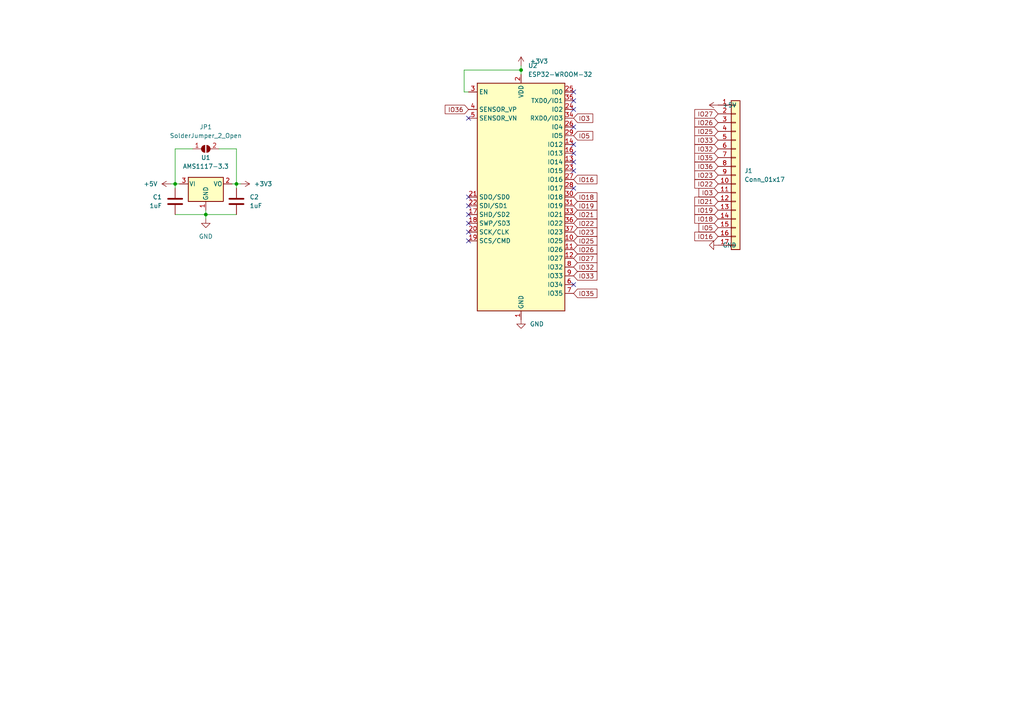
<source format=kicad_sch>
(kicad_sch (version 20211123) (generator eeschema)

  (uuid d5c1dcf1-edf4-413c-85e7-0bd75832abd7)

  (paper "A4")

  (lib_symbols
    (symbol "Connector_Generic:Conn_01x17" (pin_names (offset 1.016) hide) (in_bom yes) (on_board yes)
      (property "Reference" "J" (id 0) (at 0 22.86 0)
        (effects (font (size 1.27 1.27)))
      )
      (property "Value" "Conn_01x17" (id 1) (at 0 -22.86 0)
        (effects (font (size 1.27 1.27)))
      )
      (property "Footprint" "" (id 2) (at 0 0 0)
        (effects (font (size 1.27 1.27)) hide)
      )
      (property "Datasheet" "~" (id 3) (at 0 0 0)
        (effects (font (size 1.27 1.27)) hide)
      )
      (property "ki_keywords" "connector" (id 4) (at 0 0 0)
        (effects (font (size 1.27 1.27)) hide)
      )
      (property "ki_description" "Generic connector, single row, 01x17, script generated (kicad-library-utils/schlib/autogen/connector/)" (id 5) (at 0 0 0)
        (effects (font (size 1.27 1.27)) hide)
      )
      (property "ki_fp_filters" "Connector*:*_1x??_*" (id 6) (at 0 0 0)
        (effects (font (size 1.27 1.27)) hide)
      )
      (symbol "Conn_01x17_1_1"
        (rectangle (start -1.27 -20.193) (end 0 -20.447)
          (stroke (width 0.1524) (type default) (color 0 0 0 0))
          (fill (type none))
        )
        (rectangle (start -1.27 -17.653) (end 0 -17.907)
          (stroke (width 0.1524) (type default) (color 0 0 0 0))
          (fill (type none))
        )
        (rectangle (start -1.27 -15.113) (end 0 -15.367)
          (stroke (width 0.1524) (type default) (color 0 0 0 0))
          (fill (type none))
        )
        (rectangle (start -1.27 -12.573) (end 0 -12.827)
          (stroke (width 0.1524) (type default) (color 0 0 0 0))
          (fill (type none))
        )
        (rectangle (start -1.27 -10.033) (end 0 -10.287)
          (stroke (width 0.1524) (type default) (color 0 0 0 0))
          (fill (type none))
        )
        (rectangle (start -1.27 -7.493) (end 0 -7.747)
          (stroke (width 0.1524) (type default) (color 0 0 0 0))
          (fill (type none))
        )
        (rectangle (start -1.27 -4.953) (end 0 -5.207)
          (stroke (width 0.1524) (type default) (color 0 0 0 0))
          (fill (type none))
        )
        (rectangle (start -1.27 -2.413) (end 0 -2.667)
          (stroke (width 0.1524) (type default) (color 0 0 0 0))
          (fill (type none))
        )
        (rectangle (start -1.27 0.127) (end 0 -0.127)
          (stroke (width 0.1524) (type default) (color 0 0 0 0))
          (fill (type none))
        )
        (rectangle (start -1.27 2.667) (end 0 2.413)
          (stroke (width 0.1524) (type default) (color 0 0 0 0))
          (fill (type none))
        )
        (rectangle (start -1.27 5.207) (end 0 4.953)
          (stroke (width 0.1524) (type default) (color 0 0 0 0))
          (fill (type none))
        )
        (rectangle (start -1.27 7.747) (end 0 7.493)
          (stroke (width 0.1524) (type default) (color 0 0 0 0))
          (fill (type none))
        )
        (rectangle (start -1.27 10.287) (end 0 10.033)
          (stroke (width 0.1524) (type default) (color 0 0 0 0))
          (fill (type none))
        )
        (rectangle (start -1.27 12.827) (end 0 12.573)
          (stroke (width 0.1524) (type default) (color 0 0 0 0))
          (fill (type none))
        )
        (rectangle (start -1.27 15.367) (end 0 15.113)
          (stroke (width 0.1524) (type default) (color 0 0 0 0))
          (fill (type none))
        )
        (rectangle (start -1.27 17.907) (end 0 17.653)
          (stroke (width 0.1524) (type default) (color 0 0 0 0))
          (fill (type none))
        )
        (rectangle (start -1.27 20.447) (end 0 20.193)
          (stroke (width 0.1524) (type default) (color 0 0 0 0))
          (fill (type none))
        )
        (rectangle (start -1.27 21.59) (end 1.27 -21.59)
          (stroke (width 0.254) (type default) (color 0 0 0 0))
          (fill (type background))
        )
        (pin passive line (at -5.08 20.32 0) (length 3.81)
          (name "Pin_1" (effects (font (size 1.27 1.27))))
          (number "1" (effects (font (size 1.27 1.27))))
        )
        (pin passive line (at -5.08 -2.54 0) (length 3.81)
          (name "Pin_10" (effects (font (size 1.27 1.27))))
          (number "10" (effects (font (size 1.27 1.27))))
        )
        (pin passive line (at -5.08 -5.08 0) (length 3.81)
          (name "Pin_11" (effects (font (size 1.27 1.27))))
          (number "11" (effects (font (size 1.27 1.27))))
        )
        (pin passive line (at -5.08 -7.62 0) (length 3.81)
          (name "Pin_12" (effects (font (size 1.27 1.27))))
          (number "12" (effects (font (size 1.27 1.27))))
        )
        (pin passive line (at -5.08 -10.16 0) (length 3.81)
          (name "Pin_13" (effects (font (size 1.27 1.27))))
          (number "13" (effects (font (size 1.27 1.27))))
        )
        (pin passive line (at -5.08 -12.7 0) (length 3.81)
          (name "Pin_14" (effects (font (size 1.27 1.27))))
          (number "14" (effects (font (size 1.27 1.27))))
        )
        (pin passive line (at -5.08 -15.24 0) (length 3.81)
          (name "Pin_15" (effects (font (size 1.27 1.27))))
          (number "15" (effects (font (size 1.27 1.27))))
        )
        (pin passive line (at -5.08 -17.78 0) (length 3.81)
          (name "Pin_16" (effects (font (size 1.27 1.27))))
          (number "16" (effects (font (size 1.27 1.27))))
        )
        (pin passive line (at -5.08 -20.32 0) (length 3.81)
          (name "Pin_17" (effects (font (size 1.27 1.27))))
          (number "17" (effects (font (size 1.27 1.27))))
        )
        (pin passive line (at -5.08 17.78 0) (length 3.81)
          (name "Pin_2" (effects (font (size 1.27 1.27))))
          (number "2" (effects (font (size 1.27 1.27))))
        )
        (pin passive line (at -5.08 15.24 0) (length 3.81)
          (name "Pin_3" (effects (font (size 1.27 1.27))))
          (number "3" (effects (font (size 1.27 1.27))))
        )
        (pin passive line (at -5.08 12.7 0) (length 3.81)
          (name "Pin_4" (effects (font (size 1.27 1.27))))
          (number "4" (effects (font (size 1.27 1.27))))
        )
        (pin passive line (at -5.08 10.16 0) (length 3.81)
          (name "Pin_5" (effects (font (size 1.27 1.27))))
          (number "5" (effects (font (size 1.27 1.27))))
        )
        (pin passive line (at -5.08 7.62 0) (length 3.81)
          (name "Pin_6" (effects (font (size 1.27 1.27))))
          (number "6" (effects (font (size 1.27 1.27))))
        )
        (pin passive line (at -5.08 5.08 0) (length 3.81)
          (name "Pin_7" (effects (font (size 1.27 1.27))))
          (number "7" (effects (font (size 1.27 1.27))))
        )
        (pin passive line (at -5.08 2.54 0) (length 3.81)
          (name "Pin_8" (effects (font (size 1.27 1.27))))
          (number "8" (effects (font (size 1.27 1.27))))
        )
        (pin passive line (at -5.08 0 0) (length 3.81)
          (name "Pin_9" (effects (font (size 1.27 1.27))))
          (number "9" (effects (font (size 1.27 1.27))))
        )
      )
    )
    (symbol "Device:C" (pin_numbers hide) (pin_names (offset 0.254)) (in_bom yes) (on_board yes)
      (property "Reference" "C" (id 0) (at 0.635 2.54 0)
        (effects (font (size 1.27 1.27)) (justify left))
      )
      (property "Value" "C" (id 1) (at 0.635 -2.54 0)
        (effects (font (size 1.27 1.27)) (justify left))
      )
      (property "Footprint" "" (id 2) (at 0.9652 -3.81 0)
        (effects (font (size 1.27 1.27)) hide)
      )
      (property "Datasheet" "~" (id 3) (at 0 0 0)
        (effects (font (size 1.27 1.27)) hide)
      )
      (property "ki_keywords" "cap capacitor" (id 4) (at 0 0 0)
        (effects (font (size 1.27 1.27)) hide)
      )
      (property "ki_description" "Unpolarized capacitor" (id 5) (at 0 0 0)
        (effects (font (size 1.27 1.27)) hide)
      )
      (property "ki_fp_filters" "C_*" (id 6) (at 0 0 0)
        (effects (font (size 1.27 1.27)) hide)
      )
      (symbol "C_0_1"
        (polyline
          (pts
            (xy -2.032 -0.762)
            (xy 2.032 -0.762)
          )
          (stroke (width 0.508) (type default) (color 0 0 0 0))
          (fill (type none))
        )
        (polyline
          (pts
            (xy -2.032 0.762)
            (xy 2.032 0.762)
          )
          (stroke (width 0.508) (type default) (color 0 0 0 0))
          (fill (type none))
        )
      )
      (symbol "C_1_1"
        (pin passive line (at 0 3.81 270) (length 2.794)
          (name "~" (effects (font (size 1.27 1.27))))
          (number "1" (effects (font (size 1.27 1.27))))
        )
        (pin passive line (at 0 -3.81 90) (length 2.794)
          (name "~" (effects (font (size 1.27 1.27))))
          (number "2" (effects (font (size 1.27 1.27))))
        )
      )
    )
    (symbol "Jumper:SolderJumper_2_Open" (pin_names (offset 0) hide) (in_bom yes) (on_board yes)
      (property "Reference" "JP" (id 0) (at 0 2.032 0)
        (effects (font (size 1.27 1.27)))
      )
      (property "Value" "SolderJumper_2_Open" (id 1) (at 0 -2.54 0)
        (effects (font (size 1.27 1.27)))
      )
      (property "Footprint" "" (id 2) (at 0 0 0)
        (effects (font (size 1.27 1.27)) hide)
      )
      (property "Datasheet" "~" (id 3) (at 0 0 0)
        (effects (font (size 1.27 1.27)) hide)
      )
      (property "ki_keywords" "solder jumper SPST" (id 4) (at 0 0 0)
        (effects (font (size 1.27 1.27)) hide)
      )
      (property "ki_description" "Solder Jumper, 2-pole, open" (id 5) (at 0 0 0)
        (effects (font (size 1.27 1.27)) hide)
      )
      (property "ki_fp_filters" "SolderJumper*Open*" (id 6) (at 0 0 0)
        (effects (font (size 1.27 1.27)) hide)
      )
      (symbol "SolderJumper_2_Open_0_1"
        (arc (start -0.254 1.016) (mid -1.27 0) (end -0.254 -1.016)
          (stroke (width 0) (type default) (color 0 0 0 0))
          (fill (type none))
        )
        (arc (start -0.254 1.016) (mid -1.27 0) (end -0.254 -1.016)
          (stroke (width 0) (type default) (color 0 0 0 0))
          (fill (type outline))
        )
        (polyline
          (pts
            (xy -0.254 1.016)
            (xy -0.254 -1.016)
          )
          (stroke (width 0) (type default) (color 0 0 0 0))
          (fill (type none))
        )
        (polyline
          (pts
            (xy 0.254 1.016)
            (xy 0.254 -1.016)
          )
          (stroke (width 0) (type default) (color 0 0 0 0))
          (fill (type none))
        )
        (arc (start 0.254 -1.016) (mid 1.27 0) (end 0.254 1.016)
          (stroke (width 0) (type default) (color 0 0 0 0))
          (fill (type none))
        )
        (arc (start 0.254 -1.016) (mid 1.27 0) (end 0.254 1.016)
          (stroke (width 0) (type default) (color 0 0 0 0))
          (fill (type outline))
        )
      )
      (symbol "SolderJumper_2_Open_1_1"
        (pin passive line (at -3.81 0 0) (length 2.54)
          (name "A" (effects (font (size 1.27 1.27))))
          (number "1" (effects (font (size 1.27 1.27))))
        )
        (pin passive line (at 3.81 0 180) (length 2.54)
          (name "B" (effects (font (size 1.27 1.27))))
          (number "2" (effects (font (size 1.27 1.27))))
        )
      )
    )
    (symbol "RF_Module:ESP32-WROOM-32" (in_bom yes) (on_board yes)
      (property "Reference" "U" (id 0) (at -12.7 34.29 0)
        (effects (font (size 1.27 1.27)) (justify left))
      )
      (property "Value" "ESP32-WROOM-32" (id 1) (at 1.27 34.29 0)
        (effects (font (size 1.27 1.27)) (justify left))
      )
      (property "Footprint" "RF_Module:ESP32-WROOM-32" (id 2) (at 0 -38.1 0)
        (effects (font (size 1.27 1.27)) hide)
      )
      (property "Datasheet" "https://www.espressif.com/sites/default/files/documentation/esp32-wroom-32_datasheet_en.pdf" (id 3) (at -7.62 1.27 0)
        (effects (font (size 1.27 1.27)) hide)
      )
      (property "ki_keywords" "RF Radio BT ESP ESP32 Espressif onboard PCB antenna" (id 4) (at 0 0 0)
        (effects (font (size 1.27 1.27)) hide)
      )
      (property "ki_description" "RF Module, ESP32-D0WDQ6 SoC, Wi-Fi 802.11b/g/n, Bluetooth, BLE, 32-bit, 2.7-3.6V, onboard antenna, SMD" (id 5) (at 0 0 0)
        (effects (font (size 1.27 1.27)) hide)
      )
      (property "ki_fp_filters" "ESP32?WROOM?32*" (id 6) (at 0 0 0)
        (effects (font (size 1.27 1.27)) hide)
      )
      (symbol "ESP32-WROOM-32_0_1"
        (rectangle (start -12.7 33.02) (end 12.7 -33.02)
          (stroke (width 0.254) (type default) (color 0 0 0 0))
          (fill (type background))
        )
      )
      (symbol "ESP32-WROOM-32_1_1"
        (pin power_in line (at 0 -35.56 90) (length 2.54)
          (name "GND" (effects (font (size 1.27 1.27))))
          (number "1" (effects (font (size 1.27 1.27))))
        )
        (pin bidirectional line (at 15.24 -12.7 180) (length 2.54)
          (name "IO25" (effects (font (size 1.27 1.27))))
          (number "10" (effects (font (size 1.27 1.27))))
        )
        (pin bidirectional line (at 15.24 -15.24 180) (length 2.54)
          (name "IO26" (effects (font (size 1.27 1.27))))
          (number "11" (effects (font (size 1.27 1.27))))
        )
        (pin bidirectional line (at 15.24 -17.78 180) (length 2.54)
          (name "IO27" (effects (font (size 1.27 1.27))))
          (number "12" (effects (font (size 1.27 1.27))))
        )
        (pin bidirectional line (at 15.24 10.16 180) (length 2.54)
          (name "IO14" (effects (font (size 1.27 1.27))))
          (number "13" (effects (font (size 1.27 1.27))))
        )
        (pin bidirectional line (at 15.24 15.24 180) (length 2.54)
          (name "IO12" (effects (font (size 1.27 1.27))))
          (number "14" (effects (font (size 1.27 1.27))))
        )
        (pin passive line (at 0 -35.56 90) (length 2.54) hide
          (name "GND" (effects (font (size 1.27 1.27))))
          (number "15" (effects (font (size 1.27 1.27))))
        )
        (pin bidirectional line (at 15.24 12.7 180) (length 2.54)
          (name "IO13" (effects (font (size 1.27 1.27))))
          (number "16" (effects (font (size 1.27 1.27))))
        )
        (pin bidirectional line (at -15.24 -5.08 0) (length 2.54)
          (name "SHD/SD2" (effects (font (size 1.27 1.27))))
          (number "17" (effects (font (size 1.27 1.27))))
        )
        (pin bidirectional line (at -15.24 -7.62 0) (length 2.54)
          (name "SWP/SD3" (effects (font (size 1.27 1.27))))
          (number "18" (effects (font (size 1.27 1.27))))
        )
        (pin bidirectional line (at -15.24 -12.7 0) (length 2.54)
          (name "SCS/CMD" (effects (font (size 1.27 1.27))))
          (number "19" (effects (font (size 1.27 1.27))))
        )
        (pin power_in line (at 0 35.56 270) (length 2.54)
          (name "VDD" (effects (font (size 1.27 1.27))))
          (number "2" (effects (font (size 1.27 1.27))))
        )
        (pin bidirectional line (at -15.24 -10.16 0) (length 2.54)
          (name "SCK/CLK" (effects (font (size 1.27 1.27))))
          (number "20" (effects (font (size 1.27 1.27))))
        )
        (pin bidirectional line (at -15.24 0 0) (length 2.54)
          (name "SDO/SD0" (effects (font (size 1.27 1.27))))
          (number "21" (effects (font (size 1.27 1.27))))
        )
        (pin bidirectional line (at -15.24 -2.54 0) (length 2.54)
          (name "SDI/SD1" (effects (font (size 1.27 1.27))))
          (number "22" (effects (font (size 1.27 1.27))))
        )
        (pin bidirectional line (at 15.24 7.62 180) (length 2.54)
          (name "IO15" (effects (font (size 1.27 1.27))))
          (number "23" (effects (font (size 1.27 1.27))))
        )
        (pin bidirectional line (at 15.24 25.4 180) (length 2.54)
          (name "IO2" (effects (font (size 1.27 1.27))))
          (number "24" (effects (font (size 1.27 1.27))))
        )
        (pin bidirectional line (at 15.24 30.48 180) (length 2.54)
          (name "IO0" (effects (font (size 1.27 1.27))))
          (number "25" (effects (font (size 1.27 1.27))))
        )
        (pin bidirectional line (at 15.24 20.32 180) (length 2.54)
          (name "IO4" (effects (font (size 1.27 1.27))))
          (number "26" (effects (font (size 1.27 1.27))))
        )
        (pin bidirectional line (at 15.24 5.08 180) (length 2.54)
          (name "IO16" (effects (font (size 1.27 1.27))))
          (number "27" (effects (font (size 1.27 1.27))))
        )
        (pin bidirectional line (at 15.24 2.54 180) (length 2.54)
          (name "IO17" (effects (font (size 1.27 1.27))))
          (number "28" (effects (font (size 1.27 1.27))))
        )
        (pin bidirectional line (at 15.24 17.78 180) (length 2.54)
          (name "IO5" (effects (font (size 1.27 1.27))))
          (number "29" (effects (font (size 1.27 1.27))))
        )
        (pin input line (at -15.24 30.48 0) (length 2.54)
          (name "EN" (effects (font (size 1.27 1.27))))
          (number "3" (effects (font (size 1.27 1.27))))
        )
        (pin bidirectional line (at 15.24 0 180) (length 2.54)
          (name "IO18" (effects (font (size 1.27 1.27))))
          (number "30" (effects (font (size 1.27 1.27))))
        )
        (pin bidirectional line (at 15.24 -2.54 180) (length 2.54)
          (name "IO19" (effects (font (size 1.27 1.27))))
          (number "31" (effects (font (size 1.27 1.27))))
        )
        (pin no_connect line (at -12.7 -27.94 0) (length 2.54) hide
          (name "NC" (effects (font (size 1.27 1.27))))
          (number "32" (effects (font (size 1.27 1.27))))
        )
        (pin bidirectional line (at 15.24 -5.08 180) (length 2.54)
          (name "IO21" (effects (font (size 1.27 1.27))))
          (number "33" (effects (font (size 1.27 1.27))))
        )
        (pin bidirectional line (at 15.24 22.86 180) (length 2.54)
          (name "RXD0/IO3" (effects (font (size 1.27 1.27))))
          (number "34" (effects (font (size 1.27 1.27))))
        )
        (pin bidirectional line (at 15.24 27.94 180) (length 2.54)
          (name "TXD0/IO1" (effects (font (size 1.27 1.27))))
          (number "35" (effects (font (size 1.27 1.27))))
        )
        (pin bidirectional line (at 15.24 -7.62 180) (length 2.54)
          (name "IO22" (effects (font (size 1.27 1.27))))
          (number "36" (effects (font (size 1.27 1.27))))
        )
        (pin bidirectional line (at 15.24 -10.16 180) (length 2.54)
          (name "IO23" (effects (font (size 1.27 1.27))))
          (number "37" (effects (font (size 1.27 1.27))))
        )
        (pin passive line (at 0 -35.56 90) (length 2.54) hide
          (name "GND" (effects (font (size 1.27 1.27))))
          (number "38" (effects (font (size 1.27 1.27))))
        )
        (pin passive line (at 0 -35.56 90) (length 2.54) hide
          (name "GND" (effects (font (size 1.27 1.27))))
          (number "39" (effects (font (size 1.27 1.27))))
        )
        (pin input line (at -15.24 25.4 0) (length 2.54)
          (name "SENSOR_VP" (effects (font (size 1.27 1.27))))
          (number "4" (effects (font (size 1.27 1.27))))
        )
        (pin input line (at -15.24 22.86 0) (length 2.54)
          (name "SENSOR_VN" (effects (font (size 1.27 1.27))))
          (number "5" (effects (font (size 1.27 1.27))))
        )
        (pin input line (at 15.24 -25.4 180) (length 2.54)
          (name "IO34" (effects (font (size 1.27 1.27))))
          (number "6" (effects (font (size 1.27 1.27))))
        )
        (pin input line (at 15.24 -27.94 180) (length 2.54)
          (name "IO35" (effects (font (size 1.27 1.27))))
          (number "7" (effects (font (size 1.27 1.27))))
        )
        (pin bidirectional line (at 15.24 -20.32 180) (length 2.54)
          (name "IO32" (effects (font (size 1.27 1.27))))
          (number "8" (effects (font (size 1.27 1.27))))
        )
        (pin bidirectional line (at 15.24 -22.86 180) (length 2.54)
          (name "IO33" (effects (font (size 1.27 1.27))))
          (number "9" (effects (font (size 1.27 1.27))))
        )
      )
    )
    (symbol "Regulator_Linear:AMS1117-3.3" (pin_names (offset 0.254)) (in_bom yes) (on_board yes)
      (property "Reference" "U" (id 0) (at -3.81 3.175 0)
        (effects (font (size 1.27 1.27)))
      )
      (property "Value" "AMS1117-3.3" (id 1) (at 0 3.175 0)
        (effects (font (size 1.27 1.27)) (justify left))
      )
      (property "Footprint" "Package_TO_SOT_SMD:SOT-223-3_TabPin2" (id 2) (at 0 5.08 0)
        (effects (font (size 1.27 1.27)) hide)
      )
      (property "Datasheet" "http://www.advanced-monolithic.com/pdf/ds1117.pdf" (id 3) (at 2.54 -6.35 0)
        (effects (font (size 1.27 1.27)) hide)
      )
      (property "ki_keywords" "linear regulator ldo fixed positive" (id 4) (at 0 0 0)
        (effects (font (size 1.27 1.27)) hide)
      )
      (property "ki_description" "1A Low Dropout regulator, positive, 3.3V fixed output, SOT-223" (id 5) (at 0 0 0)
        (effects (font (size 1.27 1.27)) hide)
      )
      (property "ki_fp_filters" "SOT?223*TabPin2*" (id 6) (at 0 0 0)
        (effects (font (size 1.27 1.27)) hide)
      )
      (symbol "AMS1117-3.3_0_1"
        (rectangle (start -5.08 -5.08) (end 5.08 1.905)
          (stroke (width 0.254) (type default) (color 0 0 0 0))
          (fill (type background))
        )
      )
      (symbol "AMS1117-3.3_1_1"
        (pin power_in line (at 0 -7.62 90) (length 2.54)
          (name "GND" (effects (font (size 1.27 1.27))))
          (number "1" (effects (font (size 1.27 1.27))))
        )
        (pin power_out line (at 7.62 0 180) (length 2.54)
          (name "VO" (effects (font (size 1.27 1.27))))
          (number "2" (effects (font (size 1.27 1.27))))
        )
        (pin power_in line (at -7.62 0 0) (length 2.54)
          (name "VI" (effects (font (size 1.27 1.27))))
          (number "3" (effects (font (size 1.27 1.27))))
        )
      )
    )
    (symbol "power:+3V3" (power) (pin_names (offset 0)) (in_bom yes) (on_board yes)
      (property "Reference" "#PWR" (id 0) (at 0 -3.81 0)
        (effects (font (size 1.27 1.27)) hide)
      )
      (property "Value" "+3V3" (id 1) (at 0 3.556 0)
        (effects (font (size 1.27 1.27)))
      )
      (property "Footprint" "" (id 2) (at 0 0 0)
        (effects (font (size 1.27 1.27)) hide)
      )
      (property "Datasheet" "" (id 3) (at 0 0 0)
        (effects (font (size 1.27 1.27)) hide)
      )
      (property "ki_keywords" "power-flag" (id 4) (at 0 0 0)
        (effects (font (size 1.27 1.27)) hide)
      )
      (property "ki_description" "Power symbol creates a global label with name \"+3V3\"" (id 5) (at 0 0 0)
        (effects (font (size 1.27 1.27)) hide)
      )
      (symbol "+3V3_0_1"
        (polyline
          (pts
            (xy -0.762 1.27)
            (xy 0 2.54)
          )
          (stroke (width 0) (type default) (color 0 0 0 0))
          (fill (type none))
        )
        (polyline
          (pts
            (xy 0 0)
            (xy 0 2.54)
          )
          (stroke (width 0) (type default) (color 0 0 0 0))
          (fill (type none))
        )
        (polyline
          (pts
            (xy 0 2.54)
            (xy 0.762 1.27)
          )
          (stroke (width 0) (type default) (color 0 0 0 0))
          (fill (type none))
        )
      )
      (symbol "+3V3_1_1"
        (pin power_in line (at 0 0 90) (length 0) hide
          (name "+3V3" (effects (font (size 1.27 1.27))))
          (number "1" (effects (font (size 1.27 1.27))))
        )
      )
    )
    (symbol "power:+5V" (power) (pin_names (offset 0)) (in_bom yes) (on_board yes)
      (property "Reference" "#PWR" (id 0) (at 0 -3.81 0)
        (effects (font (size 1.27 1.27)) hide)
      )
      (property "Value" "+5V" (id 1) (at 0 3.556 0)
        (effects (font (size 1.27 1.27)))
      )
      (property "Footprint" "" (id 2) (at 0 0 0)
        (effects (font (size 1.27 1.27)) hide)
      )
      (property "Datasheet" "" (id 3) (at 0 0 0)
        (effects (font (size 1.27 1.27)) hide)
      )
      (property "ki_keywords" "power-flag" (id 4) (at 0 0 0)
        (effects (font (size 1.27 1.27)) hide)
      )
      (property "ki_description" "Power symbol creates a global label with name \"+5V\"" (id 5) (at 0 0 0)
        (effects (font (size 1.27 1.27)) hide)
      )
      (symbol "+5V_0_1"
        (polyline
          (pts
            (xy -0.762 1.27)
            (xy 0 2.54)
          )
          (stroke (width 0) (type default) (color 0 0 0 0))
          (fill (type none))
        )
        (polyline
          (pts
            (xy 0 0)
            (xy 0 2.54)
          )
          (stroke (width 0) (type default) (color 0 0 0 0))
          (fill (type none))
        )
        (polyline
          (pts
            (xy 0 2.54)
            (xy 0.762 1.27)
          )
          (stroke (width 0) (type default) (color 0 0 0 0))
          (fill (type none))
        )
      )
      (symbol "+5V_1_1"
        (pin power_in line (at 0 0 90) (length 0) hide
          (name "+5V" (effects (font (size 1.27 1.27))))
          (number "1" (effects (font (size 1.27 1.27))))
        )
      )
    )
    (symbol "power:GND" (power) (pin_names (offset 0)) (in_bom yes) (on_board yes)
      (property "Reference" "#PWR" (id 0) (at 0 -6.35 0)
        (effects (font (size 1.27 1.27)) hide)
      )
      (property "Value" "GND" (id 1) (at 0 -3.81 0)
        (effects (font (size 1.27 1.27)))
      )
      (property "Footprint" "" (id 2) (at 0 0 0)
        (effects (font (size 1.27 1.27)) hide)
      )
      (property "Datasheet" "" (id 3) (at 0 0 0)
        (effects (font (size 1.27 1.27)) hide)
      )
      (property "ki_keywords" "power-flag" (id 4) (at 0 0 0)
        (effects (font (size 1.27 1.27)) hide)
      )
      (property "ki_description" "Power symbol creates a global label with name \"GND\" , ground" (id 5) (at 0 0 0)
        (effects (font (size 1.27 1.27)) hide)
      )
      (symbol "GND_0_1"
        (polyline
          (pts
            (xy 0 0)
            (xy 0 -1.27)
            (xy 1.27 -1.27)
            (xy 0 -2.54)
            (xy -1.27 -1.27)
            (xy 0 -1.27)
          )
          (stroke (width 0) (type default) (color 0 0 0 0))
          (fill (type none))
        )
      )
      (symbol "GND_1_1"
        (pin power_in line (at 0 0 270) (length 0) hide
          (name "GND" (effects (font (size 1.27 1.27))))
          (number "1" (effects (font (size 1.27 1.27))))
        )
      )
    )
  )

  (junction (at 50.8 53.34) (diameter 0) (color 0 0 0 0)
    (uuid 80b05ca7-57e5-4360-ab89-d7964ad02135)
  )
  (junction (at 151.13 20.32) (diameter 0) (color 0 0 0 0)
    (uuid 8346bebf-e016-4b15-8478-a39f1b6c24da)
  )
  (junction (at 68.58 53.34) (diameter 0) (color 0 0 0 0)
    (uuid d9ae6dd2-5e3d-4863-bacf-51ce3c56e86a)
  )
  (junction (at 59.69 62.23) (diameter 0) (color 0 0 0 0)
    (uuid e297de3b-7dbf-4d7b-9f27-da10bbf476a1)
  )

  (no_connect (at 135.89 34.29) (uuid 6c52f559-4cd1-4dc2-b4d0-280381a6a382))
  (no_connect (at 135.89 57.15) (uuid 6c52f559-4cd1-4dc2-b4d0-280381a6a383))
  (no_connect (at 135.89 59.69) (uuid 6c52f559-4cd1-4dc2-b4d0-280381a6a384))
  (no_connect (at 135.89 62.23) (uuid 6c52f559-4cd1-4dc2-b4d0-280381a6a385))
  (no_connect (at 135.89 64.77) (uuid 6c52f559-4cd1-4dc2-b4d0-280381a6a386))
  (no_connect (at 135.89 67.31) (uuid 6c52f559-4cd1-4dc2-b4d0-280381a6a387))
  (no_connect (at 135.89 69.85) (uuid 6c52f559-4cd1-4dc2-b4d0-280381a6a388))
  (no_connect (at 166.37 54.61) (uuid 6c52f559-4cd1-4dc2-b4d0-280381a6a389))
  (no_connect (at 166.37 26.67) (uuid 6c52f559-4cd1-4dc2-b4d0-280381a6a38a))
  (no_connect (at 166.37 31.75) (uuid 6c52f559-4cd1-4dc2-b4d0-280381a6a38b))
  (no_connect (at 166.37 29.21) (uuid 6c52f559-4cd1-4dc2-b4d0-280381a6a38c))
  (no_connect (at 166.37 46.99) (uuid 6c52f559-4cd1-4dc2-b4d0-280381a6a38d))
  (no_connect (at 166.37 44.45) (uuid 6c52f559-4cd1-4dc2-b4d0-280381a6a38e))
  (no_connect (at 166.37 41.91) (uuid 6c52f559-4cd1-4dc2-b4d0-280381a6a38f))
  (no_connect (at 166.37 36.83) (uuid 6c52f559-4cd1-4dc2-b4d0-280381a6a390))
  (no_connect (at 166.37 49.53) (uuid 6c52f559-4cd1-4dc2-b4d0-280381a6a391))
  (no_connect (at 166.37 82.55) (uuid 6c52f559-4cd1-4dc2-b4d0-280381a6a392))

  (wire (pts (xy 134.62 20.32) (xy 151.13 20.32))
    (stroke (width 0) (type default) (color 0 0 0 0))
    (uuid 0976ffb1-978f-4794-a8ec-0d4e31bc95a7)
  )
  (wire (pts (xy 59.69 60.96) (xy 59.69 62.23))
    (stroke (width 0) (type default) (color 0 0 0 0))
    (uuid 0f1068cb-50e9-44ea-9479-a634878a7f8b)
  )
  (wire (pts (xy 151.13 20.32) (xy 151.13 21.59))
    (stroke (width 0) (type default) (color 0 0 0 0))
    (uuid 0f3016dd-b567-4d4c-b800-7fd7e1df6d4b)
  )
  (wire (pts (xy 68.58 53.34) (xy 69.85 53.34))
    (stroke (width 0) (type default) (color 0 0 0 0))
    (uuid 23fcd0e5-bc20-4190-8af5-3b9e34d6faa2)
  )
  (wire (pts (xy 135.89 26.67) (xy 134.62 26.67))
    (stroke (width 0) (type default) (color 0 0 0 0))
    (uuid 29cbe53f-d0bc-4ec3-9e06-7043022c8d0a)
  )
  (wire (pts (xy 50.8 53.34) (xy 50.8 54.61))
    (stroke (width 0) (type default) (color 0 0 0 0))
    (uuid 31341ded-071a-4d3c-98f6-c9e3ef54041c)
  )
  (wire (pts (xy 151.13 19.05) (xy 151.13 20.32))
    (stroke (width 0) (type default) (color 0 0 0 0))
    (uuid 4accee9e-00a3-4f0d-aad4-9f5023e9e357)
  )
  (wire (pts (xy 50.8 43.18) (xy 55.88 43.18))
    (stroke (width 0) (type default) (color 0 0 0 0))
    (uuid 630c2901-b906-4e1c-adcd-e2a2dcf33bdb)
  )
  (wire (pts (xy 134.62 26.67) (xy 134.62 20.32))
    (stroke (width 0) (type default) (color 0 0 0 0))
    (uuid 6a251973-3983-4bc7-8298-5d96c975dfac)
  )
  (wire (pts (xy 50.8 62.23) (xy 59.69 62.23))
    (stroke (width 0) (type default) (color 0 0 0 0))
    (uuid 87aaf7c1-afdc-4352-a36c-eb289fb1e9ee)
  )
  (wire (pts (xy 68.58 53.34) (xy 68.58 43.18))
    (stroke (width 0) (type default) (color 0 0 0 0))
    (uuid 8e5ba198-6e86-4fc9-8634-db59794a4005)
  )
  (wire (pts (xy 68.58 53.34) (xy 68.58 54.61))
    (stroke (width 0) (type default) (color 0 0 0 0))
    (uuid a41d46cd-edd1-4a56-b335-e1724cd2f840)
  )
  (wire (pts (xy 68.58 43.18) (xy 63.5 43.18))
    (stroke (width 0) (type default) (color 0 0 0 0))
    (uuid b41a9672-d9e7-445d-99b2-e31fca1ec865)
  )
  (wire (pts (xy 49.53 53.34) (xy 50.8 53.34))
    (stroke (width 0) (type default) (color 0 0 0 0))
    (uuid b6b8bbc6-87ec-4883-bfcd-5b55be56126f)
  )
  (wire (pts (xy 50.8 53.34) (xy 52.07 53.34))
    (stroke (width 0) (type default) (color 0 0 0 0))
    (uuid d806db32-f79a-4291-a0d9-702e8153a72b)
  )
  (wire (pts (xy 59.69 62.23) (xy 59.69 63.5))
    (stroke (width 0) (type default) (color 0 0 0 0))
    (uuid e0a3318c-067f-4a0f-8f3d-f4edebcadeef)
  )
  (wire (pts (xy 67.31 53.34) (xy 68.58 53.34))
    (stroke (width 0) (type default) (color 0 0 0 0))
    (uuid e0cef9f1-2ba6-4a4c-a7cc-91582dd75da8)
  )
  (wire (pts (xy 50.8 53.34) (xy 50.8 43.18))
    (stroke (width 0) (type default) (color 0 0 0 0))
    (uuid eb1d2541-8281-402b-a501-e92731f0a771)
  )
  (wire (pts (xy 68.58 62.23) (xy 59.69 62.23))
    (stroke (width 0) (type default) (color 0 0 0 0))
    (uuid fbbeb83c-67b3-45ca-b844-6bf85111ba32)
  )

  (global_label "IO16" (shape input) (at 166.37 52.07 0) (fields_autoplaced)
    (effects (font (size 1.27 1.27)) (justify left))
    (uuid 062c2edf-2a42-46fa-a48d-fcb3224f012c)
    (property "Intersheet References" "${INTERSHEET_REFS}" (id 0) (at 173.1374 51.9906 0)
      (effects (font (size 1.27 1.27)) (justify left) hide)
    )
  )
  (global_label "IO25" (shape input) (at 208.28 38.1 180) (fields_autoplaced)
    (effects (font (size 1.27 1.27)) (justify right))
    (uuid 0f67b012-e11a-4889-bbb6-6c7770223c87)
    (property "Intersheet References" "${INTERSHEET_REFS}" (id 0) (at 201.5126 38.0206 0)
      (effects (font (size 1.27 1.27)) (justify right) hide)
    )
  )
  (global_label "IO35" (shape input) (at 166.37 85.09 0) (fields_autoplaced)
    (effects (font (size 1.27 1.27)) (justify left))
    (uuid 1c5c577e-ab85-4713-83a5-09b0e0a872a5)
    (property "Intersheet References" "${INTERSHEET_REFS}" (id 0) (at 173.1374 85.0106 0)
      (effects (font (size 1.27 1.27)) (justify left) hide)
    )
  )
  (global_label "IO5" (shape input) (at 166.37 39.37 0) (fields_autoplaced)
    (effects (font (size 1.27 1.27)) (justify left))
    (uuid 1d99bc67-6910-4f76-b297-a92b748a1b68)
    (property "Intersheet References" "${INTERSHEET_REFS}" (id 0) (at 171.9279 39.2906 0)
      (effects (font (size 1.27 1.27)) (justify left) hide)
    )
  )
  (global_label "IO35" (shape input) (at 208.28 45.72 180) (fields_autoplaced)
    (effects (font (size 1.27 1.27)) (justify right))
    (uuid 284902d8-f382-498c-901a-ac9f5a9eed79)
    (property "Intersheet References" "${INTERSHEET_REFS}" (id 0) (at 201.5126 45.6406 0)
      (effects (font (size 1.27 1.27)) (justify right) hide)
    )
  )
  (global_label "IO27" (shape input) (at 166.37 74.93 0) (fields_autoplaced)
    (effects (font (size 1.27 1.27)) (justify left))
    (uuid 2c84db35-3fb1-47ad-912b-3caa41905201)
    (property "Intersheet References" "${INTERSHEET_REFS}" (id 0) (at 173.1374 74.8506 0)
      (effects (font (size 1.27 1.27)) (justify left) hide)
    )
  )
  (global_label "IO21" (shape input) (at 208.28 58.42 180) (fields_autoplaced)
    (effects (font (size 1.27 1.27)) (justify right))
    (uuid 33e6bc1b-ac0c-40c8-b9c7-3632122a2fd3)
    (property "Intersheet References" "${INTERSHEET_REFS}" (id 0) (at 201.5126 58.3406 0)
      (effects (font (size 1.27 1.27)) (justify right) hide)
    )
  )
  (global_label "IO22" (shape input) (at 166.37 64.77 0) (fields_autoplaced)
    (effects (font (size 1.27 1.27)) (justify left))
    (uuid 3786fe50-d1bb-4f2d-96f0-ca20682ea867)
    (property "Intersheet References" "${INTERSHEET_REFS}" (id 0) (at 173.1374 64.6906 0)
      (effects (font (size 1.27 1.27)) (justify left) hide)
    )
  )
  (global_label "IO32" (shape input) (at 208.28 43.18 180) (fields_autoplaced)
    (effects (font (size 1.27 1.27)) (justify right))
    (uuid 3c960707-5126-479d-914c-0824a7784bc7)
    (property "Intersheet References" "${INTERSHEET_REFS}" (id 0) (at 201.5126 43.1006 0)
      (effects (font (size 1.27 1.27)) (justify right) hide)
    )
  )
  (global_label "IO3" (shape input) (at 166.37 34.29 0) (fields_autoplaced)
    (effects (font (size 1.27 1.27)) (justify left))
    (uuid 4dabe631-1cc7-4f72-a7d6-7e09a80dc716)
    (property "Intersheet References" "${INTERSHEET_REFS}" (id 0) (at 171.9279 34.2106 0)
      (effects (font (size 1.27 1.27)) (justify left) hide)
    )
  )
  (global_label "IO18" (shape input) (at 166.37 57.15 0) (fields_autoplaced)
    (effects (font (size 1.27 1.27)) (justify left))
    (uuid 571b3105-a57f-439f-bb8f-50c39c915354)
    (property "Intersheet References" "${INTERSHEET_REFS}" (id 0) (at 173.1374 57.0706 0)
      (effects (font (size 1.27 1.27)) (justify left) hide)
    )
  )
  (global_label "IO18" (shape input) (at 208.28 63.5 180) (fields_autoplaced)
    (effects (font (size 1.27 1.27)) (justify right))
    (uuid 5cdd7061-04ac-4f9e-ab25-da338ead6fe2)
    (property "Intersheet References" "${INTERSHEET_REFS}" (id 0) (at 201.5126 63.4206 0)
      (effects (font (size 1.27 1.27)) (justify right) hide)
    )
  )
  (global_label "IO19" (shape input) (at 166.37 59.69 0) (fields_autoplaced)
    (effects (font (size 1.27 1.27)) (justify left))
    (uuid 5d5c1e32-316b-4bb6-8c57-5fa0dded20d8)
    (property "Intersheet References" "${INTERSHEET_REFS}" (id 0) (at 173.1374 59.6106 0)
      (effects (font (size 1.27 1.27)) (justify left) hide)
    )
  )
  (global_label "IO33" (shape input) (at 208.28 40.64 180) (fields_autoplaced)
    (effects (font (size 1.27 1.27)) (justify right))
    (uuid 66de5683-d0ce-484e-82ba-6be7ba45ef2b)
    (property "Intersheet References" "${INTERSHEET_REFS}" (id 0) (at 201.5126 40.5606 0)
      (effects (font (size 1.27 1.27)) (justify right) hide)
    )
  )
  (global_label "IO36" (shape input) (at 135.89 31.75 180) (fields_autoplaced)
    (effects (font (size 1.27 1.27)) (justify right))
    (uuid 6e97474a-0dcd-43dc-9a94-b5920ce107b1)
    (property "Intersheet References" "${INTERSHEET_REFS}" (id 0) (at 129.1226 31.6706 0)
      (effects (font (size 1.27 1.27)) (justify right) hide)
    )
  )
  (global_label "IO33" (shape input) (at 166.37 80.01 0) (fields_autoplaced)
    (effects (font (size 1.27 1.27)) (justify left))
    (uuid 78e5316d-def1-4e2d-8e44-8ec2e7c9e899)
    (property "Intersheet References" "${INTERSHEET_REFS}" (id 0) (at 173.1374 79.9306 0)
      (effects (font (size 1.27 1.27)) (justify left) hide)
    )
  )
  (global_label "IO26" (shape input) (at 208.28 35.56 180) (fields_autoplaced)
    (effects (font (size 1.27 1.27)) (justify right))
    (uuid 9a4938d0-edd6-4368-b847-41aa1e5adc74)
    (property "Intersheet References" "${INTERSHEET_REFS}" (id 0) (at 201.5126 35.4806 0)
      (effects (font (size 1.27 1.27)) (justify right) hide)
    )
  )
  (global_label "IO21" (shape input) (at 166.37 62.23 0) (fields_autoplaced)
    (effects (font (size 1.27 1.27)) (justify left))
    (uuid aeda11ac-9fda-48e9-9f25-7b4d8e0b5184)
    (property "Intersheet References" "${INTERSHEET_REFS}" (id 0) (at 173.1374 62.1506 0)
      (effects (font (size 1.27 1.27)) (justify left) hide)
    )
  )
  (global_label "IO3" (shape input) (at 208.28 55.88 180) (fields_autoplaced)
    (effects (font (size 1.27 1.27)) (justify right))
    (uuid af363fb0-4b9a-4e58-8b0f-08dd987d70fe)
    (property "Intersheet References" "${INTERSHEET_REFS}" (id 0) (at 202.7221 55.8006 0)
      (effects (font (size 1.27 1.27)) (justify right) hide)
    )
  )
  (global_label "IO19" (shape input) (at 208.28 60.96 180) (fields_autoplaced)
    (effects (font (size 1.27 1.27)) (justify right))
    (uuid af8753ef-7526-4a2c-909d-f6959af02425)
    (property "Intersheet References" "${INTERSHEET_REFS}" (id 0) (at 201.5126 60.8806 0)
      (effects (font (size 1.27 1.27)) (justify right) hide)
    )
  )
  (global_label "IO27" (shape input) (at 208.28 33.02 180) (fields_autoplaced)
    (effects (font (size 1.27 1.27)) (justify right))
    (uuid b16ac997-cf62-495d-9481-6989efcb76c9)
    (property "Intersheet References" "${INTERSHEET_REFS}" (id 0) (at 201.5126 32.9406 0)
      (effects (font (size 1.27 1.27)) (justify right) hide)
    )
  )
  (global_label "IO23" (shape input) (at 208.28 50.8 180) (fields_autoplaced)
    (effects (font (size 1.27 1.27)) (justify right))
    (uuid b18accf8-d5ad-4c0c-b02e-4e7d473f7e77)
    (property "Intersheet References" "${INTERSHEET_REFS}" (id 0) (at 201.5126 50.7206 0)
      (effects (font (size 1.27 1.27)) (justify right) hide)
    )
  )
  (global_label "IO5" (shape input) (at 208.28 66.04 180) (fields_autoplaced)
    (effects (font (size 1.27 1.27)) (justify right))
    (uuid b6d9c0ba-032c-4914-ab2e-14abf719a1ff)
    (property "Intersheet References" "${INTERSHEET_REFS}" (id 0) (at 202.7221 65.9606 0)
      (effects (font (size 1.27 1.27)) (justify right) hide)
    )
  )
  (global_label "IO23" (shape input) (at 166.37 67.31 0) (fields_autoplaced)
    (effects (font (size 1.27 1.27)) (justify left))
    (uuid b9c72904-2054-4bf8-9a31-8596e51f95b4)
    (property "Intersheet References" "${INTERSHEET_REFS}" (id 0) (at 173.1374 67.2306 0)
      (effects (font (size 1.27 1.27)) (justify left) hide)
    )
  )
  (global_label "IO25" (shape input) (at 166.37 69.85 0) (fields_autoplaced)
    (effects (font (size 1.27 1.27)) (justify left))
    (uuid c4d7a2c5-c96c-49ac-891c-0f24fac889ec)
    (property "Intersheet References" "${INTERSHEET_REFS}" (id 0) (at 173.1374 69.7706 0)
      (effects (font (size 1.27 1.27)) (justify left) hide)
    )
  )
  (global_label "IO32" (shape input) (at 166.37 77.47 0) (fields_autoplaced)
    (effects (font (size 1.27 1.27)) (justify left))
    (uuid d3614d6f-5552-4422-b36b-a98920d8dd82)
    (property "Intersheet References" "${INTERSHEET_REFS}" (id 0) (at 173.1374 77.3906 0)
      (effects (font (size 1.27 1.27)) (justify left) hide)
    )
  )
  (global_label "IO22" (shape input) (at 208.28 53.34 180) (fields_autoplaced)
    (effects (font (size 1.27 1.27)) (justify right))
    (uuid e258b3a7-b203-4434-a44d-082f4a71e38e)
    (property "Intersheet References" "${INTERSHEET_REFS}" (id 0) (at 201.5126 53.2606 0)
      (effects (font (size 1.27 1.27)) (justify right) hide)
    )
  )
  (global_label "IO36" (shape input) (at 208.28 48.26 180) (fields_autoplaced)
    (effects (font (size 1.27 1.27)) (justify right))
    (uuid e88af7da-6167-4424-abae-ed2e32a3e7ef)
    (property "Intersheet References" "${INTERSHEET_REFS}" (id 0) (at 201.5126 48.1806 0)
      (effects (font (size 1.27 1.27)) (justify right) hide)
    )
  )
  (global_label "IO16" (shape input) (at 208.28 68.58 180) (fields_autoplaced)
    (effects (font (size 1.27 1.27)) (justify right))
    (uuid f68a1270-6aec-4fea-bf90-74295851ab04)
    (property "Intersheet References" "${INTERSHEET_REFS}" (id 0) (at 201.5126 68.5006 0)
      (effects (font (size 1.27 1.27)) (justify right) hide)
    )
  )
  (global_label "IO26" (shape input) (at 166.37 72.39 0) (fields_autoplaced)
    (effects (font (size 1.27 1.27)) (justify left))
    (uuid fa33ef61-6e51-4073-95ff-0cfe0e7a2733)
    (property "Intersheet References" "${INTERSHEET_REFS}" (id 0) (at 173.1374 72.3106 0)
      (effects (font (size 1.27 1.27)) (justify left) hide)
    )
  )

  (symbol (lib_id "Device:C") (at 50.8 58.42 0) (unit 1)
    (in_bom yes) (on_board yes) (fields_autoplaced)
    (uuid 2303fbfb-3d85-48cf-ad4e-c93fe3b812a2)
    (property "Reference" "C1" (id 0) (at 46.99 57.1499 0)
      (effects (font (size 1.27 1.27)) (justify right))
    )
    (property "Value" "1uF" (id 1) (at 46.99 59.6899 0)
      (effects (font (size 1.27 1.27)) (justify right))
    )
    (property "Footprint" "Capacitor_SMD:C_0805_2012Metric" (id 2) (at 51.7652 62.23 0)
      (effects (font (size 1.27 1.27)) hide)
    )
    (property "Datasheet" "~" (id 3) (at 50.8 58.42 0)
      (effects (font (size 1.27 1.27)) hide)
    )
    (pin "1" (uuid 7b1250c7-44d4-4bca-8b05-89e73d2b7525))
    (pin "2" (uuid 191c2d28-db75-440b-bb4c-c5dcb71d46be))
  )

  (symbol (lib_id "Regulator_Linear:AMS1117-3.3") (at 59.69 53.34 0) (unit 1)
    (in_bom yes) (on_board yes) (fields_autoplaced)
    (uuid 42d12244-272d-4270-af83-97b20536b95d)
    (property "Reference" "U1" (id 0) (at 59.69 45.72 0))
    (property "Value" "AMS1117-3.3" (id 1) (at 59.69 48.26 0))
    (property "Footprint" "Package_TO_SOT_SMD:SOT-223-3_TabPin2" (id 2) (at 59.69 48.26 0)
      (effects (font (size 1.27 1.27)) hide)
    )
    (property "Datasheet" "http://www.advanced-monolithic.com/pdf/ds1117.pdf" (id 3) (at 62.23 59.69 0)
      (effects (font (size 1.27 1.27)) hide)
    )
    (pin "1" (uuid 2e3a9a42-05f8-4902-b9a8-8c150e2ec7d0))
    (pin "2" (uuid 31b95b08-2a1e-4d38-96e4-5dfdab00c93b))
    (pin "3" (uuid 04eb9a72-e368-4a00-9519-1fb92ea51885))
  )

  (symbol (lib_id "power:GND") (at 151.13 92.71 0) (unit 1)
    (in_bom yes) (on_board yes) (fields_autoplaced)
    (uuid 672807fd-6f55-4a36-b97e-4cdeaf059f81)
    (property "Reference" "#PWR0111" (id 0) (at 151.13 99.06 0)
      (effects (font (size 1.27 1.27)) hide)
    )
    (property "Value" "GND" (id 1) (at 153.67 93.9799 0)
      (effects (font (size 1.27 1.27)) (justify left))
    )
    (property "Footprint" "" (id 2) (at 151.13 92.71 0)
      (effects (font (size 1.27 1.27)) hide)
    )
    (property "Datasheet" "" (id 3) (at 151.13 92.71 0)
      (effects (font (size 1.27 1.27)) hide)
    )
    (pin "1" (uuid ea88f559-36ac-4368-9363-211977582a30))
  )

  (symbol (lib_id "Jumper:SolderJumper_2_Open") (at 59.69 43.18 0) (unit 1)
    (in_bom yes) (on_board yes) (fields_autoplaced)
    (uuid 805d3d73-c0c5-4ffa-ad3c-fb7f2ba5f094)
    (property "Reference" "JP1" (id 0) (at 59.69 36.83 0))
    (property "Value" "SolderJumper_2_Open" (id 1) (at 59.69 39.37 0))
    (property "Footprint" "Jumper:SolderJumper-2_P1.3mm_Open_Pad1.0x1.5mm" (id 2) (at 59.69 43.18 0)
      (effects (font (size 1.27 1.27)) hide)
    )
    (property "Datasheet" "~" (id 3) (at 59.69 43.18 0)
      (effects (font (size 1.27 1.27)) hide)
    )
    (pin "1" (uuid 788f41b1-ae2a-49ba-b624-e1d7ad413185))
    (pin "2" (uuid 3df6d586-5916-43b3-a467-9920a0362a5b))
  )

  (symbol (lib_id "Device:C") (at 68.58 58.42 0) (unit 1)
    (in_bom yes) (on_board yes) (fields_autoplaced)
    (uuid 8f582f57-c04a-43a2-bdb7-7a1c18fa3cc2)
    (property "Reference" "C2" (id 0) (at 72.39 57.1499 0)
      (effects (font (size 1.27 1.27)) (justify left))
    )
    (property "Value" "1uF" (id 1) (at 72.39 59.6899 0)
      (effects (font (size 1.27 1.27)) (justify left))
    )
    (property "Footprint" "Capacitor_SMD:C_0805_2012Metric" (id 2) (at 69.5452 62.23 0)
      (effects (font (size 1.27 1.27)) hide)
    )
    (property "Datasheet" "~" (id 3) (at 68.58 58.42 0)
      (effects (font (size 1.27 1.27)) hide)
    )
    (pin "1" (uuid d316dd4d-c33b-413c-a4c5-c3a5ae4fab8f))
    (pin "2" (uuid 05dd75d2-119f-4781-a0b8-ef3cadb9c6eb))
  )

  (symbol (lib_id "power:+3V3") (at 69.85 53.34 270) (unit 1)
    (in_bom yes) (on_board yes) (fields_autoplaced)
    (uuid a774c6dd-990f-4062-abd0-e3f3b798e896)
    (property "Reference" "#PWR0105" (id 0) (at 66.04 53.34 0)
      (effects (font (size 1.27 1.27)) hide)
    )
    (property "Value" "+3V3" (id 1) (at 73.66 53.3399 90)
      (effects (font (size 1.27 1.27)) (justify left))
    )
    (property "Footprint" "" (id 2) (at 69.85 53.34 0)
      (effects (font (size 1.27 1.27)) hide)
    )
    (property "Datasheet" "" (id 3) (at 69.85 53.34 0)
      (effects (font (size 1.27 1.27)) hide)
    )
    (pin "1" (uuid ef115533-8f02-4b8f-be99-9c85d37565b6))
  )

  (symbol (lib_id "RF_Module:ESP32-WROOM-32") (at 151.13 57.15 0) (unit 1)
    (in_bom yes) (on_board yes) (fields_autoplaced)
    (uuid af697b03-0d5a-4e20-b3d4-c04ad4bfcf27)
    (property "Reference" "U2" (id 0) (at 153.1494 19.05 0)
      (effects (font (size 1.27 1.27)) (justify left))
    )
    (property "Value" "ESP32-WROOM-32" (id 1) (at 153.1494 21.59 0)
      (effects (font (size 1.27 1.27)) (justify left))
    )
    (property "Footprint" "RF_Module:ESP32-WROOM-32" (id 2) (at 151.13 95.25 0)
      (effects (font (size 1.27 1.27)) hide)
    )
    (property "Datasheet" "https://www.espressif.com/sites/default/files/documentation/esp32-wroom-32_datasheet_en.pdf" (id 3) (at 143.51 55.88 0)
      (effects (font (size 1.27 1.27)) hide)
    )
    (pin "1" (uuid 5a4b3dbe-bbb1-49e4-b8fa-0d39c4b2928e))
    (pin "10" (uuid 8576edae-518e-4dae-b454-74e73a04277f))
    (pin "11" (uuid 08cf534a-65b3-42fc-af88-6359248be0a9))
    (pin "12" (uuid ef25b852-a646-4a29-8d26-1ad2b199d934))
    (pin "13" (uuid 1e8063ce-2e1b-4575-a257-fe42b6ea4c45))
    (pin "14" (uuid fd3b1148-ea7f-4dac-83c9-318e77e50f88))
    (pin "15" (uuid 7a036e37-1a1e-41bd-85c7-cd236de78d89))
    (pin "16" (uuid 90feb30c-4c05-4a3e-888b-e0a6cbde20cc))
    (pin "17" (uuid 15effb02-4534-4e1b-a9c0-49f77c5f29bb))
    (pin "18" (uuid 5be3de5a-1d95-4e8c-ae80-7c36a766717e))
    (pin "19" (uuid 0d10382e-7dc8-4135-bca4-e948ee52efe1))
    (pin "2" (uuid 44e2de77-8711-43b7-9015-c80c17591ff8))
    (pin "20" (uuid 3c18c9b3-a6dc-41da-8293-55724d2ac244))
    (pin "21" (uuid 77219788-9b35-4f19-a0ac-95b35cccd095))
    (pin "22" (uuid 334baeb7-0b00-4a5b-9791-4657032365e9))
    (pin "23" (uuid 46caa0d4-0a8d-4816-8d65-c592b8701208))
    (pin "24" (uuid a234e728-25e6-4093-9333-cd6b8e577026))
    (pin "25" (uuid daa8f535-bd7b-4d2e-8ef0-043efb46eb00))
    (pin "26" (uuid c8808047-2db6-470f-9044-8f5594b38f24))
    (pin "27" (uuid ed5aaeb3-6785-401f-b09c-e712664d295d))
    (pin "28" (uuid 807526f1-cbfc-4cee-a714-331cf4b22b7a))
    (pin "29" (uuid f9b2fb6e-f68b-4d3a-b463-98f6371efe52))
    (pin "3" (uuid bbb7f2b9-dabc-4dc9-9177-757a2940e156))
    (pin "30" (uuid 64d65715-b850-4766-ad53-507d55fd442f))
    (pin "31" (uuid ff6bb24b-0ce7-485c-ac51-0756c8b9c92d))
    (pin "32" (uuid 0a1af865-6f66-4783-a713-7f64aa5fca6e))
    (pin "33" (uuid d807f3cc-b47c-4cce-b09b-51374d7558d5))
    (pin "34" (uuid 62518331-1b57-47ce-8c61-b4b2851dfbdb))
    (pin "35" (uuid cc6b8021-44f6-44fc-b5c8-ca2b263309ec))
    (pin "36" (uuid e7ed7ea2-1282-4efa-af28-9fb94a3f90a8))
    (pin "37" (uuid d89fa1f5-5ef6-4808-8903-6d87f2f07deb))
    (pin "38" (uuid abf4c9fc-318d-47cf-8194-cc24e260519d))
    (pin "39" (uuid 06c7a347-9f8e-4831-8e93-d25dde0fbba8))
    (pin "4" (uuid 22285e3b-6395-4fe0-98f3-05a5af5cee6f))
    (pin "5" (uuid 00d249b8-5868-43f6-a836-17ef74b1bf3b))
    (pin "6" (uuid 93115c78-8eb0-42d8-9116-308abc8cecf3))
    (pin "7" (uuid 03790178-3958-421b-a0ba-4611f1fce7b8))
    (pin "8" (uuid bd1f937a-9e07-4c92-9523-94eae609b4fd))
    (pin "9" (uuid 31273626-5ae5-494b-a246-9ae08504bf83))
  )

  (symbol (lib_id "power:+5V") (at 49.53 53.34 90) (unit 1)
    (in_bom yes) (on_board yes) (fields_autoplaced)
    (uuid b27520a3-cfa2-4ee6-b5c0-f72d4fde1abe)
    (property "Reference" "#PWR0104" (id 0) (at 53.34 53.34 0)
      (effects (font (size 1.27 1.27)) hide)
    )
    (property "Value" "+5V" (id 1) (at 45.72 53.3399 90)
      (effects (font (size 1.27 1.27)) (justify left))
    )
    (property "Footprint" "" (id 2) (at 49.53 53.34 0)
      (effects (font (size 1.27 1.27)) hide)
    )
    (property "Datasheet" "" (id 3) (at 49.53 53.34 0)
      (effects (font (size 1.27 1.27)) hide)
    )
    (pin "1" (uuid e36c934c-87f2-4ed7-a0d6-d92319c55893))
  )

  (symbol (lib_id "power:GND") (at 208.28 71.12 270) (unit 1)
    (in_bom yes) (on_board yes) (fields_autoplaced)
    (uuid b93ba3cf-ac51-49e2-a280-2ff549d2a3b6)
    (property "Reference" "#PWR0109" (id 0) (at 201.93 71.12 0)
      (effects (font (size 1.27 1.27)) hide)
    )
    (property "Value" "GND" (id 1) (at 209.55 71.1199 90)
      (effects (font (size 1.27 1.27)) (justify left))
    )
    (property "Footprint" "" (id 2) (at 208.28 71.12 0)
      (effects (font (size 1.27 1.27)) hide)
    )
    (property "Datasheet" "" (id 3) (at 208.28 71.12 0)
      (effects (font (size 1.27 1.27)) hide)
    )
    (pin "1" (uuid b8c79e41-3d26-4efc-a047-331dc9d43398))
  )

  (symbol (lib_id "power:GND") (at 59.69 63.5 0) (unit 1)
    (in_bom yes) (on_board yes) (fields_autoplaced)
    (uuid d0c4aec0-52e0-4e11-8e3a-45698818b8ab)
    (property "Reference" "#PWR0106" (id 0) (at 59.69 69.85 0)
      (effects (font (size 1.27 1.27)) hide)
    )
    (property "Value" "GND" (id 1) (at 59.69 68.58 0))
    (property "Footprint" "" (id 2) (at 59.69 63.5 0)
      (effects (font (size 1.27 1.27)) hide)
    )
    (property "Datasheet" "" (id 3) (at 59.69 63.5 0)
      (effects (font (size 1.27 1.27)) hide)
    )
    (pin "1" (uuid 8bc117d3-bb6b-461e-bdc7-42f32632f2aa))
  )

  (symbol (lib_id "power:+3V3") (at 151.13 19.05 0) (unit 1)
    (in_bom yes) (on_board yes) (fields_autoplaced)
    (uuid d5b24605-82b0-41a2-b3ff-a402b8d0c82d)
    (property "Reference" "#PWR0110" (id 0) (at 151.13 22.86 0)
      (effects (font (size 1.27 1.27)) hide)
    )
    (property "Value" "+3V3" (id 1) (at 153.67 17.7799 0)
      (effects (font (size 1.27 1.27)) (justify left))
    )
    (property "Footprint" "" (id 2) (at 151.13 19.05 0)
      (effects (font (size 1.27 1.27)) hide)
    )
    (property "Datasheet" "" (id 3) (at 151.13 19.05 0)
      (effects (font (size 1.27 1.27)) hide)
    )
    (pin "1" (uuid 4dc24e35-759c-480d-85f6-7d8007fde82f))
  )

  (symbol (lib_id "power:+5V") (at 208.28 30.48 90) (unit 1)
    (in_bom yes) (on_board yes) (fields_autoplaced)
    (uuid ee9f5720-87ce-4dba-b41c-2647ae554c10)
    (property "Reference" "#PWR0114" (id 0) (at 212.09 30.48 0)
      (effects (font (size 1.27 1.27)) hide)
    )
    (property "Value" "+5V" (id 1) (at 209.55 30.4799 90)
      (effects (font (size 1.27 1.27)) (justify right))
    )
    (property "Footprint" "" (id 2) (at 208.28 30.48 0)
      (effects (font (size 1.27 1.27)) hide)
    )
    (property "Datasheet" "" (id 3) (at 208.28 30.48 0)
      (effects (font (size 1.27 1.27)) hide)
    )
    (pin "1" (uuid 2324bad8-d2d0-4e0d-b0a3-1aaedc36eeb6))
  )

  (symbol (lib_id "Connector_Generic:Conn_01x17") (at 213.36 50.8 0) (unit 1)
    (in_bom yes) (on_board yes) (fields_autoplaced)
    (uuid f7251833-6cef-47ae-bf00-2e06c0310796)
    (property "Reference" "J1" (id 0) (at 215.9 49.5299 0)
      (effects (font (size 1.27 1.27)) (justify left))
    )
    (property "Value" "Conn_01x17" (id 1) (at 215.9 52.0699 0)
      (effects (font (size 1.27 1.27)) (justify left))
    )
    (property "Footprint" "Connector_PinSocket_2.00mm:PinSocket_1x17_P2.00mm_Vertical" (id 2) (at 213.36 50.8 0)
      (effects (font (size 1.27 1.27)) hide)
    )
    (property "Datasheet" "~" (id 3) (at 213.36 50.8 0)
      (effects (font (size 1.27 1.27)) hide)
    )
    (pin "1" (uuid 5fea9364-fd71-426e-97a2-b347325ab71f))
    (pin "10" (uuid 7934fadd-5749-4e48-80dd-2ba87c9002ef))
    (pin "11" (uuid 20d50cc6-283b-4b01-b568-7becebd7c037))
    (pin "12" (uuid aee4ed9d-7ccd-466b-a4fe-ad58bfd5231e))
    (pin "13" (uuid ab795ee3-f1fd-4e7b-a9d3-7183c3e838d9))
    (pin "14" (uuid d965d0b8-564e-45d7-bd50-684911031c65))
    (pin "15" (uuid 9633cd34-a530-4c32-a5cc-4a1115e79f16))
    (pin "16" (uuid 03672b48-2b25-4d6b-846b-1fa866073d1b))
    (pin "17" (uuid 59e03e98-3d9c-4ab1-b209-ec04684ad0ab))
    (pin "2" (uuid fa3fb3d1-2156-44ce-b922-7e919fd3fb8b))
    (pin "3" (uuid 119feb1b-4e8f-453b-952b-1de13e33d080))
    (pin "4" (uuid c9da8b9d-de31-4830-844c-e5de18a6e0d5))
    (pin "5" (uuid b1c8b36b-2f25-4acb-b450-94dc64bd502e))
    (pin "6" (uuid 8c074eec-492c-492e-ba54-2fafa693e06a))
    (pin "7" (uuid bfdea3dc-1dbf-4dca-ab91-3aafbba108bb))
    (pin "8" (uuid c6199525-befb-4a75-89e4-d61a7cdfc2db))
    (pin "9" (uuid d9c0dd61-5bc9-44ca-92f4-0fc75fb0b385))
  )

  (sheet_instances
    (path "/" (page "1"))
  )

  (symbol_instances
    (path "/b27520a3-cfa2-4ee6-b5c0-f72d4fde1abe"
      (reference "#PWR0104") (unit 1) (value "+5V") (footprint "")
    )
    (path "/a774c6dd-990f-4062-abd0-e3f3b798e896"
      (reference "#PWR0105") (unit 1) (value "+3V3") (footprint "")
    )
    (path "/d0c4aec0-52e0-4e11-8e3a-45698818b8ab"
      (reference "#PWR0106") (unit 1) (value "GND") (footprint "")
    )
    (path "/b93ba3cf-ac51-49e2-a280-2ff549d2a3b6"
      (reference "#PWR0109") (unit 1) (value "GND") (footprint "")
    )
    (path "/d5b24605-82b0-41a2-b3ff-a402b8d0c82d"
      (reference "#PWR0110") (unit 1) (value "+3V3") (footprint "")
    )
    (path "/672807fd-6f55-4a36-b97e-4cdeaf059f81"
      (reference "#PWR0111") (unit 1) (value "GND") (footprint "")
    )
    (path "/ee9f5720-87ce-4dba-b41c-2647ae554c10"
      (reference "#PWR0114") (unit 1) (value "+5V") (footprint "")
    )
    (path "/2303fbfb-3d85-48cf-ad4e-c93fe3b812a2"
      (reference "C1") (unit 1) (value "1uF") (footprint "Capacitor_SMD:C_0805_2012Metric")
    )
    (path "/8f582f57-c04a-43a2-bdb7-7a1c18fa3cc2"
      (reference "C2") (unit 1) (value "1uF") (footprint "Capacitor_SMD:C_0805_2012Metric")
    )
    (path "/f7251833-6cef-47ae-bf00-2e06c0310796"
      (reference "J1") (unit 1) (value "Conn_01x17") (footprint "Connector_PinSocket_2.00mm:PinSocket_1x17_P2.00mm_Vertical")
    )
    (path "/805d3d73-c0c5-4ffa-ad3c-fb7f2ba5f094"
      (reference "JP1") (unit 1) (value "SolderJumper_2_Open") (footprint "Jumper:SolderJumper-2_P1.3mm_Open_Pad1.0x1.5mm")
    )
    (path "/42d12244-272d-4270-af83-97b20536b95d"
      (reference "U1") (unit 1) (value "AMS1117-3.3") (footprint "Package_TO_SOT_SMD:SOT-223-3_TabPin2")
    )
    (path "/af697b03-0d5a-4e20-b3d4-c04ad4bfcf27"
      (reference "U2") (unit 1) (value "ESP32-WROOM-32") (footprint "RF_Module:ESP32-WROOM-32")
    )
  )
)

</source>
